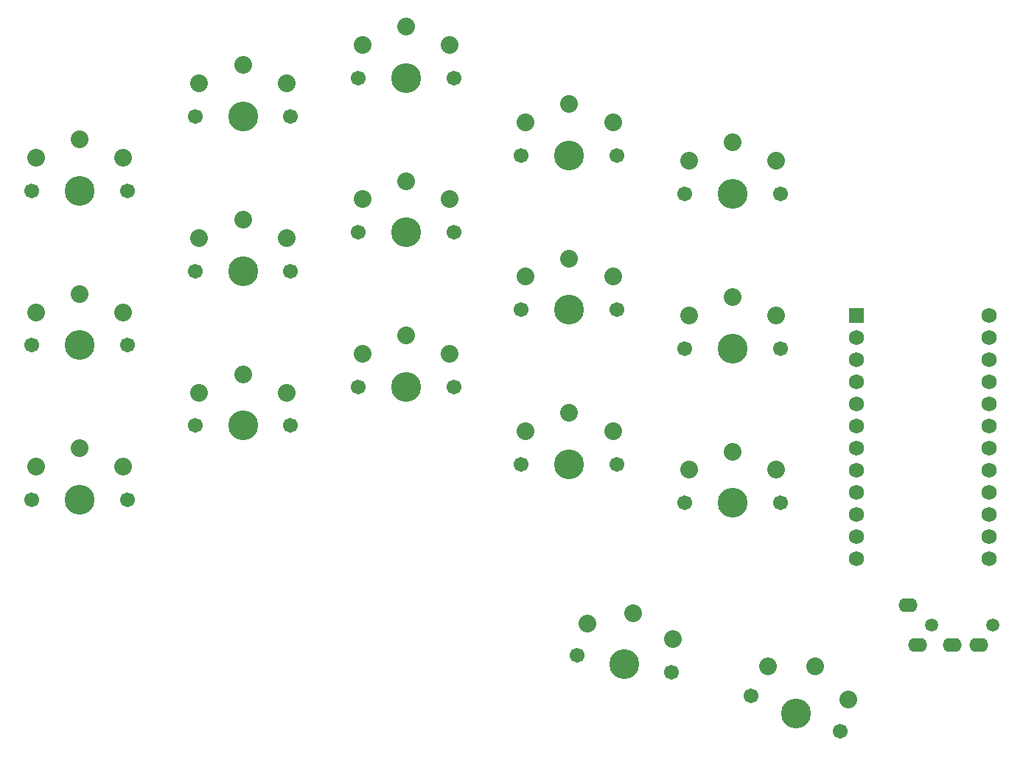
<source format=gbs>
%TF.GenerationSoftware,KiCad,Pcbnew,(6.0.1)*%
%TF.CreationDate,2022-01-21T15:59:00-05:00*%
%TF.ProjectId,quagga,71756167-6761-42e6-9b69-6361645f7063,v1.0.0*%
%TF.SameCoordinates,Original*%
%TF.FileFunction,Soldermask,Bot*%
%TF.FilePolarity,Negative*%
%FSLAX46Y46*%
G04 Gerber Fmt 4.6, Leading zero omitted, Abs format (unit mm)*
G04 Created by KiCad (PCBNEW (6.0.1)) date 2022-01-21 15:59:00*
%MOMM*%
%LPD*%
G01*
G04 APERTURE LIST*
%ADD10C,1.701800*%
%ADD11C,3.429000*%
%ADD12C,2.032000*%
%ADD13C,1.500000*%
%ADD14O,2.200000X1.600000*%
%ADD15R,1.752600X1.752600*%
%ADD16C,1.752600*%
G04 APERTURE END LIST*
D10*
X127971443Y-160975065D03*
D11*
X122555000Y-160020000D03*
D10*
X117138557Y-159064935D03*
D12*
X118290824Y-155409490D03*
X128138902Y-157145971D03*
X123579524Y-154209634D03*
X123579524Y-154209634D03*
D11*
X59990000Y-141175000D03*
D10*
X54490000Y-141175000D03*
X65490000Y-141175000D03*
D12*
X64990000Y-137375000D03*
X54990000Y-137375000D03*
X59990000Y-135275000D03*
X59990000Y-135275000D03*
D10*
X102990000Y-128217500D03*
D11*
X97490000Y-128217500D03*
D10*
X91990000Y-128217500D03*
D12*
X92490000Y-124417500D03*
X102490000Y-124417500D03*
X97490000Y-122317500D03*
X97490000Y-122317500D03*
D10*
X65490000Y-105675000D03*
D11*
X59990000Y-105675000D03*
D10*
X54490000Y-105675000D03*
D12*
X54990000Y-101875000D03*
X64990000Y-101875000D03*
X59990000Y-99775000D03*
X59990000Y-99775000D03*
D10*
X140490000Y-123780000D03*
X129490000Y-123780000D03*
D11*
X134990000Y-123780000D03*
D12*
X129990000Y-119980000D03*
X139990000Y-119980000D03*
X134990000Y-117880000D03*
X134990000Y-117880000D03*
D11*
X78740000Y-97155000D03*
D10*
X84240000Y-97155000D03*
X73240000Y-97155000D03*
D12*
X73740000Y-93355000D03*
X83740000Y-93355000D03*
X78740000Y-91255000D03*
X78740000Y-91255000D03*
D10*
X91990000Y-92717500D03*
D11*
X97490000Y-92717500D03*
D10*
X102990000Y-92717500D03*
D12*
X92490000Y-88917500D03*
X102490000Y-88917500D03*
X97490000Y-86817500D03*
X97490000Y-86817500D03*
D10*
X54490000Y-123425000D03*
X65490000Y-123425000D03*
D11*
X59990000Y-123425000D03*
D12*
X64990000Y-119625000D03*
X54990000Y-119625000D03*
X59990000Y-117525000D03*
X59990000Y-117525000D03*
D10*
X137140489Y-163674664D03*
X147339511Y-167795336D03*
D11*
X142240000Y-165735000D03*
D12*
X139027586Y-160338668D03*
X148299424Y-164084734D03*
X144450179Y-160264615D03*
X144450179Y-160264615D03*
D11*
X116240000Y-101592500D03*
D10*
X110740000Y-101592500D03*
X121740000Y-101592500D03*
D12*
X121240000Y-97792500D03*
X111240000Y-97792500D03*
X116240000Y-95692500D03*
X116240000Y-95692500D03*
D10*
X129490000Y-106030000D03*
X140490000Y-106030000D03*
D11*
X134990000Y-106030000D03*
D12*
X129990000Y-102230000D03*
X139990000Y-102230000D03*
X134990000Y-100130000D03*
X134990000Y-100130000D03*
D10*
X102990000Y-110467500D03*
X91990000Y-110467500D03*
D11*
X97490000Y-110467500D03*
D12*
X92490000Y-106667500D03*
X102490000Y-106667500D03*
X97490000Y-104567500D03*
X97490000Y-104567500D03*
D10*
X84240000Y-132655000D03*
D11*
X78740000Y-132655000D03*
D10*
X73240000Y-132655000D03*
D12*
X73740000Y-128855000D03*
X83740000Y-128855000D03*
X78740000Y-126755000D03*
X78740000Y-126755000D03*
D13*
X157852500Y-155575000D03*
X164852500Y-155575000D03*
D14*
X155152500Y-153275000D03*
X156252500Y-157875000D03*
X160252500Y-157875000D03*
X163252500Y-157875000D03*
D10*
X129490000Y-141530000D03*
D11*
X134990000Y-141530000D03*
D10*
X140490000Y-141530000D03*
D12*
X139990000Y-137730000D03*
X129990000Y-137730000D03*
X134990000Y-135630000D03*
X134990000Y-135630000D03*
D10*
X121740000Y-137092500D03*
D11*
X116240000Y-137092500D03*
D10*
X110740000Y-137092500D03*
D12*
X121240000Y-133292500D03*
X111240000Y-133292500D03*
X116240000Y-131192500D03*
X116240000Y-131192500D03*
D15*
X149225000Y-120015000D03*
D16*
X149225000Y-122555000D03*
X149225000Y-125095000D03*
X149225000Y-127635000D03*
X149225000Y-130175000D03*
X149225000Y-132715000D03*
X149225000Y-135255000D03*
X149225000Y-137795000D03*
X149225000Y-140335000D03*
X149225000Y-142875000D03*
X149225000Y-145415000D03*
X149225000Y-147955000D03*
X164465000Y-120015000D03*
X164465000Y-122555000D03*
X164465000Y-125095000D03*
X164465000Y-127635000D03*
X164465000Y-130175000D03*
X164465000Y-132715000D03*
X164465000Y-135255000D03*
X164465000Y-137795000D03*
X164465000Y-140335000D03*
X164465000Y-142875000D03*
X164465000Y-145415000D03*
X164465000Y-147955000D03*
D10*
X84240000Y-114905000D03*
X73240000Y-114905000D03*
D11*
X78740000Y-114905000D03*
D12*
X83740000Y-111105000D03*
X73740000Y-111105000D03*
X78740000Y-109005000D03*
X78740000Y-109005000D03*
D11*
X116240000Y-119342500D03*
D10*
X121740000Y-119342500D03*
X110740000Y-119342500D03*
D12*
X111240000Y-115542500D03*
X121240000Y-115542500D03*
X116240000Y-113442500D03*
X116240000Y-113442500D03*
M02*

</source>
